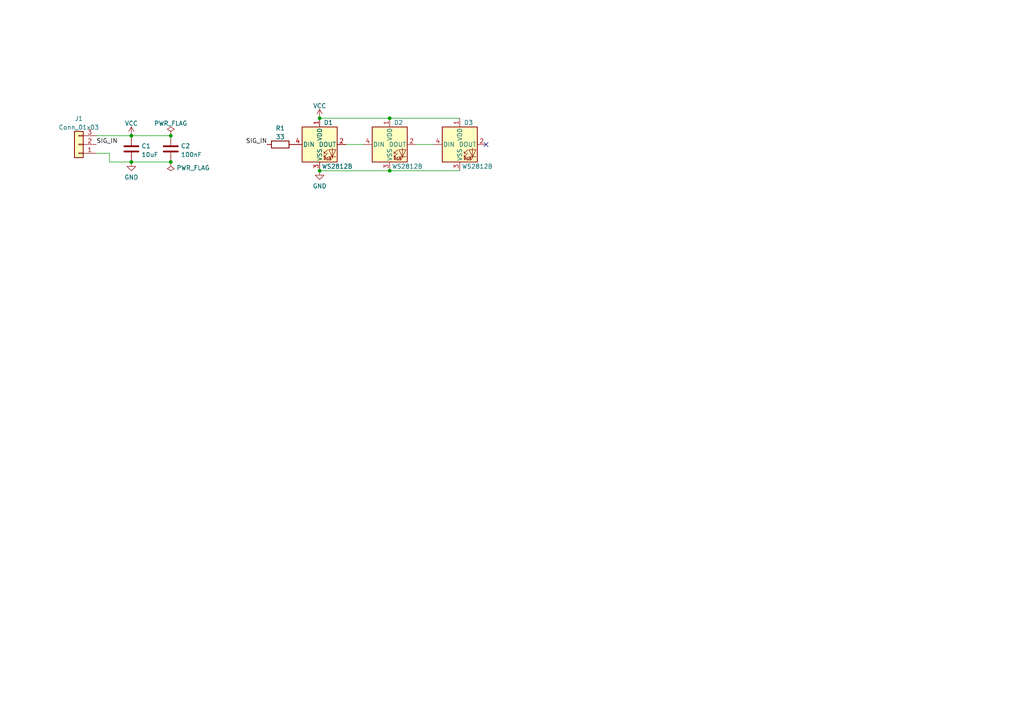
<source format=kicad_sch>
(kicad_sch (version 20211123) (generator eeschema)
  (paper "A4")
  (lib_symbols
    (symbol "Connector_Generic:Conn_01x03" (pin_names (offset 1.016) hide)
      (property "Reference" "J" (at 0 5.08 0))
      (property "Value" "Conn_01x03" (at 0 -5.08 0))
      (symbol "Conn_01x03_1_1"
        (rectangle (start -1.27 -2.413) (end 0 -2.667) (stroke (width 0.1524)))
        (rectangle (start -1.27 0.127) (end 0 -0.127) (stroke (width 0.1524)))
        (rectangle (start -1.27 2.667) (end 0 2.413) (stroke (width 0.1524)))
        (rectangle (start -1.27 3.81) (end 1.27 -3.81) (stroke (width 0.254)) (fill (type background)))
        (pin passive line (at -5.08 2.54 0) (length 3.81) (name "Pin_1") (number "1"))
        (pin passive line (at -5.08 0 0) (length 3.81) (name "Pin_2") (number "2"))
        (pin passive line (at -5.08 -2.54 0) (length 3.81) (name "Pin_3") (number "3"))
      )
    )
    (symbol "Device:C" (pin_numbers hide) (pin_names (offset 0.254))
      (property "Reference" "C" (at 0.635 2.54 0))
      (property "Value" "C" (at 0.635 -2.54 0))
      (symbol "C_0_1"
        (polyline (pts (xy -2.032 -0.762) (xy 2.032 -0.762)) (stroke (width 0.508)))
        (polyline (pts (xy -2.032 0.762) (xy 2.032 0.762)) (stroke (width 0.508)))
      )
      (symbol "C_1_1"
        (pin passive line (at 0 3.81 270) (length 2.794) (name "~") (number "1"))
        (pin passive line (at 0 -3.81 90) (length 2.794) (name "~") (number "2"))
      )
    )
    (symbol "Device:R" (pin_numbers hide) (pin_names (offset 0))
      (property "Reference" "R" (at 2.032 0 90))
      (property "Value" "R" (at 0 0 90))
      (symbol "R_0_1"
        (rectangle (start -1.016 -2.54) (end 1.016 2.54) (stroke (width 0.254)))
      )
      (symbol "R_1_1"
        (pin passive line (at 0 3.81 270) (length 1.27) (name "~") (number "1"))
        (pin passive line (at 0 -3.81 90) (length 1.27) (name "~") (number "2"))
      )
    )
    (symbol "LED:WS2812B" (pin_names (offset 0.254))
      (property "Reference" "D" (at 5.08 5.715 0))
      (property "Value" "WS2812B" (at 1.27 -5.715 0))
      (symbol "WS2812B_0_0"
        (text "RGB" (at 2.286 -4.191 0) (effects (font (size 0.762 0.762))))
      )
      (symbol "WS2812B_0_1"
        (polyline (pts (xy 1.27 -3.556) (xy 1.778 -3.556)))
        (polyline (pts (xy 1.27 -2.54) (xy 1.778 -2.54)))
        (polyline (pts (xy 4.699 -3.556) (xy 2.667 -3.556)))
        (polyline (pts (xy 2.286 -2.54) (xy 1.27 -3.556) (xy 1.27 -3.048)))
        (polyline (pts (xy 2.286 -1.524) (xy 1.27 -2.54) (xy 1.27 -2.032)))
        (polyline (pts (xy 3.683 -1.016) (xy 3.683 -3.556) (xy 3.683 -4.064)))
        (polyline (pts (xy 4.699 -1.524) (xy 2.667 -1.524) (xy 3.683 -3.556) (xy 4.699 -1.524)))
        (rectangle (start 5.08 5.08) (end -5.08 -5.08) (stroke (width 0.254)) (fill (type background)))
      )
      (symbol "WS2812B_1_1"
        (pin power_in line (at 0 7.62 270) (length 2.54) (name "VDD") (number "1"))
        (pin output line (at 7.62 0 180) (length 2.54) (name "DOUT") (number "2"))
        (pin power_in line (at 0 -7.62 90) (length 2.54) (name "VSS") (number "3"))
        (pin input line (at -7.62 0 0) (length 2.54) (name "DIN") (number "4"))
      )
    )
    (symbol "power:GND" (power) (pin_names (offset 0))
      (property "Value" "GND" (at 0 -3.81 0))
      (symbol "GND_0_1"
        (polyline (pts (xy 0 0) (xy 0 -1.27) (xy 1.27 -1.27) (xy 0 -2.54) (xy -1.27 -1.27) (xy 0 -1.27)))
      )
      (symbol "GND_1_1"
        (pin power_in line (at 0 0 270) (length 0) hide (name "GND") (number "1"))
      )
    )
    (symbol "power:PWR_FLAG" (power) (pin_numbers hide) (pin_names (offset 0) hide)
      (property "Value" "PWR_FLAG" (at 0 3.81 0))
      (symbol "PWR_FLAG_0_0"
        (pin power_out line (at 0 0 90) (length 0) (name "pwr") (number "1"))
      )
      (symbol "PWR_FLAG_0_1"
        (polyline (pts (xy 0 0) (xy 0 1.27) (xy -1.016 1.905) (xy 0 2.54) (xy 1.016 1.905) (xy 0 1.27)))
      )
    )
    (symbol "power:VCC" (power) (pin_names (offset 0))
      (property "Value" "VCC" (at 0 3.81 0))
      (symbol "VCC_0_1"
        (polyline (pts (xy -0.762 1.27) (xy 0 2.54)))
        (polyline (pts (xy 0 0) (xy 0 2.54)))
        (polyline (pts (xy 0 2.54) (xy 0.762 1.27)))
      )
      (symbol "VCC_1_1"
        (pin power_in line (at 0 0 90) (length 0) hide (name "VCC") (number "1"))
      )
    )
  )
  (junction (at 113.03 49.53))
  (junction (at 92.71 49.53))
  (junction (at 113.03 34.29))
  (junction (at 92.71 34.29))
  (junction (at 38.1 46.99))
  (junction (at 49.53 39.37))
  (junction (at 38.1 39.37))
  (junction (at 49.53 46.99))
  (no_connect (at 140.97 41.91))
  (wire (pts (xy 27.94 39.37) (xy 38.1 39.37)))
  (wire (pts (xy 92.71 34.29) (xy 113.03 34.29)))
  (wire (pts (xy 113.03 49.53) (xy 133.35 49.53)))
  (wire (pts (xy 31.75 46.99) (xy 31.75 44.45)))
  (wire (pts (xy 38.1 46.99) (xy 49.53 46.99)))
  (wire (pts (xy 92.71 49.53) (xy 113.03 49.53)))
  (wire (pts (xy 38.1 39.37) (xy 49.53 39.37)))
  (wire (pts (xy 100.33 41.91) (xy 105.41 41.91)))
  (wire (pts (xy 31.75 44.45) (xy 27.94 44.45)))
  (wire (pts (xy 113.03 34.29) (xy 133.35 34.29)))
  (wire (pts (xy 120.65 41.91) (xy 125.73 41.91)))
  (wire (pts (xy 38.1 46.99) (xy 31.75 46.99)))
  (label "SIG_IN" (at 27.94 41.91 0))
  (label "SIG_IN" (at 77.47 41.91 180))
  (symbol (lib_id "power:VCC") (at 38.1 39.37 0) (unit 1)
    (property "Reference" "#PWR01" (effects hide))
    (property "Value" "VCC" (at 38.1 35.7942 0))
  )
  (symbol (lib_id "power:PWR_FLAG") (at 49.53 39.37 0) (unit 1)
    (property "Reference" "#FLG01" (effects hide))
    (property "Value" "PWR_FLAG" (at 49.53 35.7942 0))
  )
  (symbol (lib_id "LED:WS2812B") (at 92.71 41.91 0) (unit 1)
    (property "Reference" "D1" (at 95.25 35.56 0))
    (property "Value" "WS2812B" (at 97.79 48.26 0))
    (property "Footprint" "LED_SMD:LED_WS2812B_PLCC4_5.0x5.0mm_P3.2mm" (effects hide))
    (property "Datasheet" "https://cdn-shop.adafruit.com/datasheets/WS2812B.pdf" (effects hide))
    (property "LCSC" "C2761796" (effects hide))
  )
  (symbol (lib_id "power:VCC") (at 92.71 34.29 0) (unit 1)
    (property "Reference" "#PWR03" (effects hide))
    (property "Value" "VCC" (at 92.71 30.7142 0))
  )
  (symbol (lib_id "LED:WS2812B") (at 113.03 41.91 0) (unit 1)
    (property "Reference" "D2" (at 115.57 35.56 0))
    (property "Value" "WS2812B" (at 118.11 48.26 0))
    (property "Footprint" "LED_SMD:LED_WS2812B_PLCC4_5.0x5.0mm_P3.2mm" (effects hide))
    (property "Datasheet" "https://cdn-shop.adafruit.com/datasheets/WS2812B.pdf" (effects hide))
    (property "LCSC" "C2761796" (effects hide))
  )
  (symbol (lib_id "Device:C") (at 49.53 43.18 0) (unit 1)
    (property "Reference" "C2" (at 52.451 42.3453 0) (effects (justify left)))
    (property "Value" "100nF" (at 52.451 44.8822 0) (effects (justify left)))
    (property "Footprint" "Capacitor_SMD:C_0402_1005Metric" (effects hide))
    (property "LCSC" "C307331" (effects hide))
  )
  (symbol (lib_id "Device:C") (at 38.1 43.18 0) (unit 1)
    (property "Reference" "C1" (at 41.021 42.3453 0) (effects (justify left)))
    (property "Value" "10uF" (at 41.021 44.8822 0) (effects (justify left)))
    (property "Footprint" "Capacitor_SMD:C_0603_1608Metric" (effects hide))
    (property "LCSC" "C96446" (effects hide))
  )
  (symbol (lib_id "power:GND") (at 92.71 49.53 0) (unit 1)
    (property "Reference" "#PWR04" (effects hide))
    (property "Value" "GND" (at 92.71 53.9734 0))
  )
  (symbol (lib_id "power:PWR_FLAG") (at 49.53 46.99 180) (unit 1)
    (property "Reference" "#FLG02" (effects hide))
    (property "Value" "PWR_FLAG" (at 51.181 48.6938 0) (effects (justify right)))
  )
  (symbol (lib_id "LED:WS2812B") (at 133.35 41.91 0) (unit 1)
    (property "Reference" "D3" (at 135.89 35.56 0))
    (property "Value" "WS2812B" (at 138.43 48.26 0))
    (property "Footprint" "LED_SMD:LED_WS2812B_PLCC4_5.0x5.0mm_P3.2mm" (effects hide))
    (property "Datasheet" "https://cdn-shop.adafruit.com/datasheets/WS2812B.pdf" (effects hide))
    (property "LCSC" "C2761796" (effects hide))
  )
  (symbol (lib_id "Device:R") (at 81.28 41.91 90) (unit 1)
    (property "Reference" "R1" (at 81.28 37.1942 90))
    (property "Value" "33" (at 81.28 39.7311 90))
    (property "Footprint" "Resistor_SMD:R_0603_1608Metric" (effects hide))
    (property "LCSC" "C23140" (effects hide))
  )
  (symbol (lib_id "Connector_Generic:Conn_01x03") (at 22.86 41.91 180) (unit 1)
    (property "Reference" "J1" (at 22.86 34.4002 0))
    (property "Value" "Conn_01x03" (at 22.86 36.9371 0))
    (property "Footprint" "Connector_PinHeader_2.54mm:PinHeader_1x03_P2.54mm_Vertical" (effects hide))
  )
  (symbol (lib_id "power:GND") (at 38.1 46.99 0) (unit 1)
    (property "Reference" "#PWR02" (effects hide))
    (property "Value" "GND" (at 38.1 51.4334 0))
  )
)
</source>
